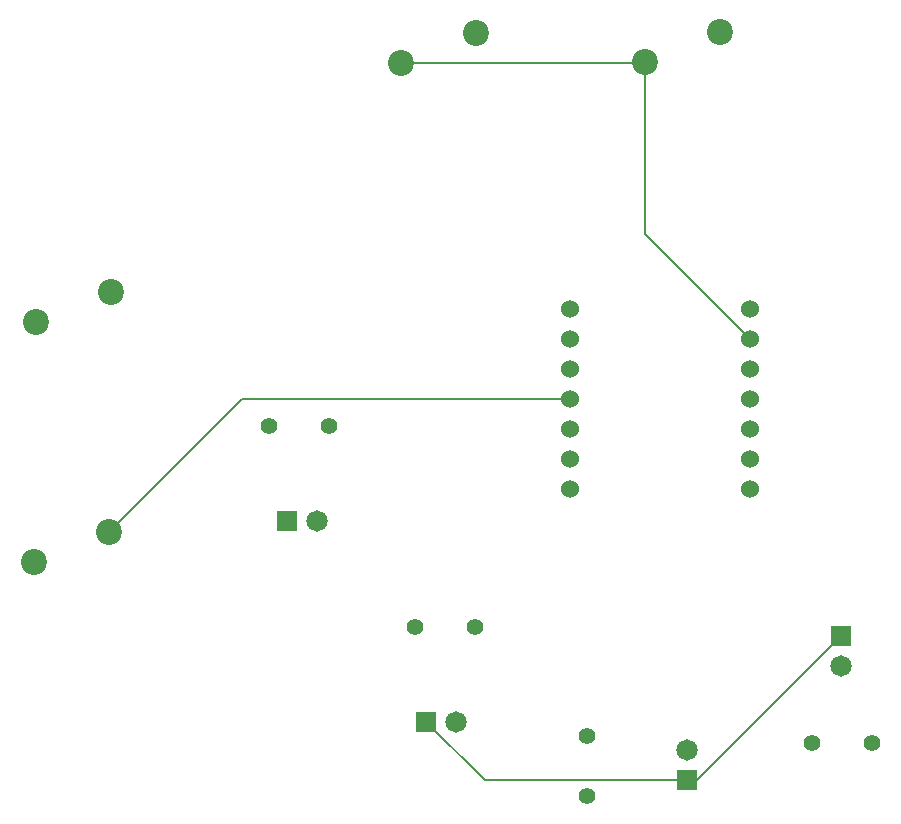
<source format=gbr>
%TF.GenerationSoftware,KiCad,Pcbnew,9.0.3*%
%TF.CreationDate,2025-07-30T12:58:09-07:00*%
%TF.ProjectId,apollo_pcb,61706f6c-6c6f-45f7-9063-622e6b696361,rev?*%
%TF.SameCoordinates,Original*%
%TF.FileFunction,Copper,L2,Bot*%
%TF.FilePolarity,Positive*%
%FSLAX46Y46*%
G04 Gerber Fmt 4.6, Leading zero omitted, Abs format (unit mm)*
G04 Created by KiCad (PCBNEW 9.0.3) date 2025-07-30 12:58:09*
%MOMM*%
%LPD*%
G01*
G04 APERTURE LIST*
%TA.AperFunction,ComponentPad*%
%ADD10C,2.200000*%
%TD*%
%TA.AperFunction,ComponentPad*%
%ADD11C,1.400000*%
%TD*%
%TA.AperFunction,ComponentPad*%
%ADD12C,1.815000*%
%TD*%
%TA.AperFunction,ComponentPad*%
%ADD13R,1.815000X1.815000*%
%TD*%
%TA.AperFunction,ComponentPad*%
%ADD14C,1.524000*%
%TD*%
%TA.AperFunction,Conductor*%
%ADD15C,0.200000*%
%TD*%
G04 APERTURE END LIST*
D10*
%TO.P,SW3,1,1*%
%TO.N,button3*%
X91360000Y-128420000D03*
%TO.P,SW3,2,2*%
%TO.N,GND*%
X85010000Y-130960000D03*
%TD*%
D11*
%TO.P,R3,1*%
%TO.N,Net-(D3-PadA)*%
X131700000Y-171100000D03*
%TO.P,R3,2*%
%TO.N,LED3*%
X131700000Y-166020000D03*
%TD*%
D12*
%TO.P,D4,A*%
%TO.N,Net-(D4-PadA)*%
X153200000Y-160100000D03*
D13*
%TO.P,D4,C*%
%TO.N,GND*%
X153200000Y-157560000D03*
%TD*%
D11*
%TO.P,R1,1*%
%TO.N,Net-(D1-PadA)*%
X104760000Y-139800000D03*
%TO.P,R1,2*%
%TO.N,LED1*%
X109840000Y-139800000D03*
%TD*%
D10*
%TO.P,SW1,1,1*%
%TO.N,button1*%
X122260000Y-106520000D03*
%TO.P,SW1,2,2*%
%TO.N,GND*%
X115910000Y-109060000D03*
%TD*%
%TO.P,SW4,1,1*%
%TO.N,button4*%
X91260000Y-148720000D03*
%TO.P,SW4,2,2*%
%TO.N,GND*%
X84910000Y-151260000D03*
%TD*%
D12*
%TO.P,D3,A*%
%TO.N,Net-(D3-PadA)*%
X140200000Y-167220000D03*
D13*
%TO.P,D3,C*%
%TO.N,GND*%
X140200000Y-169760000D03*
%TD*%
D11*
%TO.P,R2,1*%
%TO.N,Net-(D2-PadA)*%
X117120000Y-156800000D03*
%TO.P,R2,2*%
%TO.N,LED2*%
X122200000Y-156800000D03*
%TD*%
D10*
%TO.P,SW2,1,1*%
%TO.N,button2*%
X142960000Y-106420000D03*
%TO.P,SW2,2,2*%
%TO.N,GND*%
X136610000Y-108960000D03*
%TD*%
D11*
%TO.P,R4,1*%
%TO.N,Net-(D4-PadA)*%
X155780000Y-166630000D03*
%TO.P,R4,2*%
%TO.N,LED4*%
X150700000Y-166630000D03*
%TD*%
D14*
%TO.P,U1,1,GPIO26/ADC0/A0*%
%TO.N,button1*%
X130280000Y-129880000D03*
%TO.P,U1,2,GPIO27/ADC1/A1*%
%TO.N,button2*%
X130280000Y-132420000D03*
%TO.P,U1,3,GPIO28/ADC2/A2*%
%TO.N,button3*%
X130280000Y-134960000D03*
%TO.P,U1,4,GPIO29/ADC3/A3*%
%TO.N,button4*%
X130280000Y-137500000D03*
%TO.P,U1,5,GPIO6/SDA*%
%TO.N,LED1*%
X130280000Y-140040000D03*
%TO.P,U1,6,GPIO7/SCL*%
%TO.N,LED2*%
X130280000Y-142580000D03*
%TO.P,U1,7,GPIO0/TX*%
%TO.N,LED3*%
X130280000Y-145120000D03*
%TO.P,U1,8,GPIO1/RX*%
%TO.N,LED4*%
X145520000Y-145120000D03*
%TO.P,U1,9,GPIO2/SCK*%
%TO.N,unconnected-(U1-GPIO2{slash}SCK-Pad9)*%
X145520000Y-142580000D03*
%TO.P,U1,10,GPIO4/MISO*%
%TO.N,unconnected-(U1-GPIO4{slash}MISO-Pad10)*%
X145520000Y-140040000D03*
%TO.P,U1,11,GPIO3/MOSI*%
%TO.N,unconnected-(U1-GPIO3{slash}MOSI-Pad11)*%
X145520000Y-137500000D03*
%TO.P,U1,12,3V3*%
%TO.N,unconnected-(U1-3V3-Pad12)*%
X145520000Y-134960000D03*
%TO.P,U1,13,GND*%
%TO.N,GND*%
X145520000Y-132420000D03*
%TO.P,U1,14,VBUS*%
%TO.N,unconnected-(U1-VBUS-Pad14)*%
X145520000Y-129880000D03*
%TD*%
D12*
%TO.P,D1,A*%
%TO.N,Net-(D1-PadA)*%
X108840000Y-147800000D03*
D13*
%TO.P,D1,C*%
%TO.N,GND*%
X106300000Y-147800000D03*
%TD*%
D12*
%TO.P,D2,A*%
%TO.N,Net-(D2-PadA)*%
X120600000Y-164800000D03*
D13*
%TO.P,D2,C*%
%TO.N,GND*%
X118060000Y-164800000D03*
%TD*%
D15*
%TO.N,GND*%
X136610000Y-123510000D02*
X145520000Y-132420000D01*
X136610000Y-108960000D02*
X136610000Y-123510000D01*
X141000000Y-169760000D02*
X153200000Y-157560000D01*
X118060000Y-164800000D02*
X123020000Y-169760000D01*
X115910000Y-109060000D02*
X136510000Y-109060000D01*
X123020000Y-169760000D02*
X140200000Y-169760000D01*
X140200000Y-169760000D02*
X141000000Y-169760000D01*
X136510000Y-109060000D02*
X136610000Y-108960000D01*
%TO.N,button4*%
X91260000Y-148720000D02*
X102480000Y-137500000D01*
X102480000Y-137500000D02*
X130280000Y-137500000D01*
%TD*%
M02*

</source>
